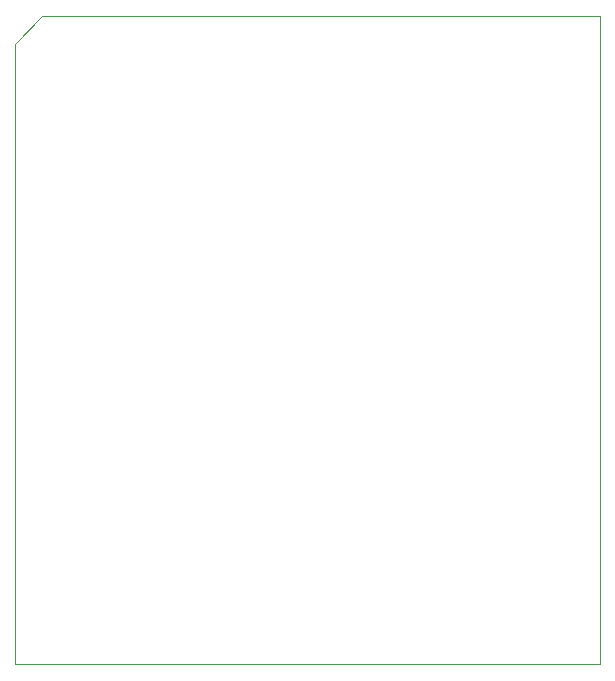
<source format=gbr>
%TF.GenerationSoftware,KiCad,Pcbnew,7.0.8*%
%TF.CreationDate,2024-01-04T13:35:51+01:00*%
%TF.ProjectId,OSSI_CM1,4f535349-5f43-44d3-912e-6b696361645f,rev?*%
%TF.SameCoordinates,Original*%
%TF.FileFunction,Profile,NP*%
%FSLAX46Y46*%
G04 Gerber Fmt 4.6, Leading zero omitted, Abs format (unit mm)*
G04 Created by KiCad (PCBNEW 7.0.8) date 2024-01-04 13:35:51*
%MOMM*%
%LPD*%
G01*
G04 APERTURE LIST*
%TA.AperFunction,Profile*%
%ADD10C,0.100000*%
%TD*%
G04 APERTURE END LIST*
D10*
X119800000Y-73286000D02*
X167000000Y-73286000D01*
X117500000Y-128150000D02*
X117500000Y-75600000D01*
X167000000Y-128150000D02*
X117500000Y-128150000D01*
X117500000Y-75600000D02*
X119800000Y-73286000D01*
X167000000Y-73286000D02*
X167000000Y-128150000D01*
M02*

</source>
